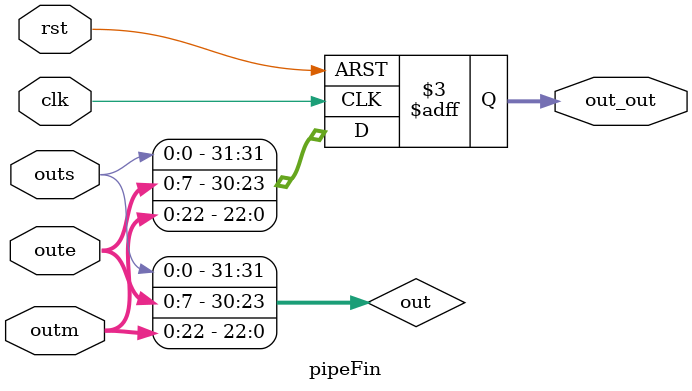
<source format=v>
`timescale 1ns / 1ps
module pipeFin(clk, rst, outs, oute, outm, out_out);
	input clk, rst, outs;
	input [0:7]oute;
	input [0:22]outm;
	output reg [0:31]out_out;
	
	reg [0:31]out;
	
	always @(posedge clk or posedge rst) begin
		if(rst)
			out_out = 0;
		else
			out_out = out;
	end

	always @(*) begin
		out[0] = outs;
		out[1:8] = oute;
		out[9:31] = outm;
	
		$display("res = %b", out);
	end
endmodule

</source>
